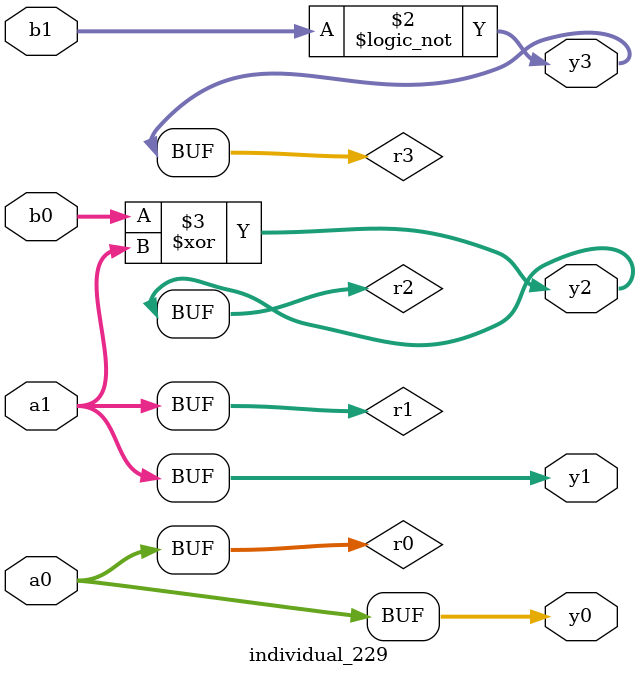
<source format=sv>
module individual_229(input logic [15:0] a1, input logic [15:0] a0, input logic [15:0] b1, input logic [15:0] b0, output logic [15:0] y3, output logic [15:0] y2, output logic [15:0] y1, output logic [15:0] y0);
logic [15:0] r0, r1, r2, r3; 
 always@(*) begin 
	 r0 = a0; r1 = a1; r2 = b0; r3 = b1; 
 	 r3 = ! r3 ;
 	 r2  ^=  a1 ;
 	 y3 = r3; y2 = r2; y1 = r1; y0 = r0; 
end
endmodule
</source>
